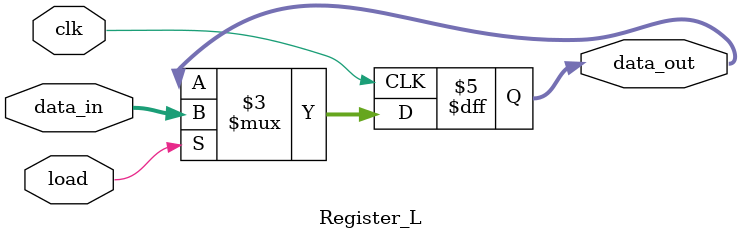
<source format=v>
module Register_L #(parameter n=32)(clk,data_in,load,data_out);
	input clk,load;
	input [n-1:0] data_in;
	output reg [n-1:0] data_out;
    	always@(posedge clk)
        	if(load)
            		data_out <= data_in;
	initial begin 
		data_out = 32'd0;
	end
endmodule


</source>
